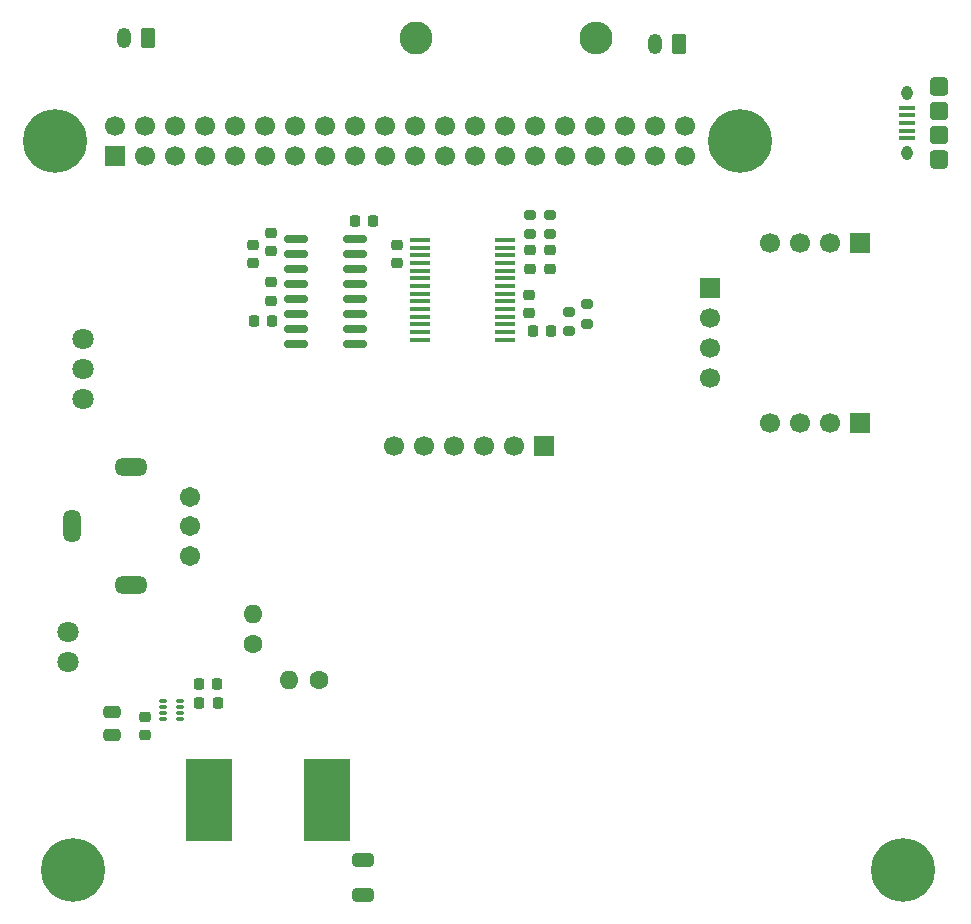
<source format=gbr>
%TF.GenerationSoftware,KiCad,Pcbnew,9.0.1*%
%TF.CreationDate,2025-11-10T16:42:31-06:00*%
%TF.ProjectId,cubesat Sim board,63756265-7361-4742-9053-696d20626f61,rev?*%
%TF.SameCoordinates,Original*%
%TF.FileFunction,Soldermask,Top*%
%TF.FilePolarity,Negative*%
%FSLAX46Y46*%
G04 Gerber Fmt 4.6, Leading zero omitted, Abs format (unit mm)*
G04 Created by KiCad (PCBNEW 9.0.1) date 2025-11-10 16:42:31*
%MOMM*%
%LPD*%
G01*
G04 APERTURE LIST*
G04 Aperture macros list*
%AMRoundRect*
0 Rectangle with rounded corners*
0 $1 Rounding radius*
0 $2 $3 $4 $5 $6 $7 $8 $9 X,Y pos of 4 corners*
0 Add a 4 corners polygon primitive as box body*
4,1,4,$2,$3,$4,$5,$6,$7,$8,$9,$2,$3,0*
0 Add four circle primitives for the rounded corners*
1,1,$1+$1,$2,$3*
1,1,$1+$1,$4,$5*
1,1,$1+$1,$6,$7*
1,1,$1+$1,$8,$9*
0 Add four rect primitives between the rounded corners*
20,1,$1+$1,$2,$3,$4,$5,0*
20,1,$1+$1,$4,$5,$6,$7,0*
20,1,$1+$1,$6,$7,$8,$9,0*
20,1,$1+$1,$8,$9,$2,$3,0*%
G04 Aperture macros list end*
%ADD10RoundRect,0.100000X0.575000X-0.100000X0.575000X0.100000X-0.575000X0.100000X-0.575000X-0.100000X0*%
%ADD11O,1.550000X0.890000*%
%ADD12RoundRect,0.250000X0.525000X-0.475000X0.525000X0.475000X-0.525000X0.475000X-0.525000X-0.475000X0*%
%ADD13O,0.950000X1.250000*%
%ADD14RoundRect,0.250000X0.525000X-0.500000X0.525000X0.500000X-0.525000X0.500000X-0.525000X-0.500000X0*%
%ADD15C,2.800000*%
%ADD16O,2.800000X2.800000*%
%ADD17C,5.400000*%
%ADD18RoundRect,0.225000X0.225000X0.250000X-0.225000X0.250000X-0.225000X-0.250000X0.225000X-0.250000X0*%
%ADD19C,1.803400*%
%ADD20RoundRect,0.225000X-0.250000X0.225000X-0.250000X-0.225000X0.250000X-0.225000X0.250000X0.225000X0*%
%ADD21C,1.600000*%
%ADD22O,1.600000X1.600000*%
%ADD23RoundRect,0.225000X-0.225000X-0.250000X0.225000X-0.250000X0.225000X0.250000X-0.225000X0.250000X0*%
%ADD24R,4.000000X7.000000*%
%ADD25RoundRect,0.200000X-0.275000X0.200000X-0.275000X-0.200000X0.275000X-0.200000X0.275000X0.200000X0*%
%ADD26C,1.700000*%
%ADD27R,1.700000X1.700000*%
%ADD28RoundRect,0.050000X-0.285000X-0.100000X0.285000X-0.100000X0.285000X0.100000X-0.285000X0.100000X0*%
%ADD29RoundRect,0.218750X0.256250X-0.218750X0.256250X0.218750X-0.256250X0.218750X-0.256250X-0.218750X0*%
%ADD30RoundRect,0.250000X0.350000X0.625000X-0.350000X0.625000X-0.350000X-0.625000X0.350000X-0.625000X0*%
%ADD31O,1.200000X1.750000*%
%ADD32O,1.512000X2.820000*%
%ADD33O,2.820000X1.512000*%
%ADD34C,1.712000*%
%ADD35R,1.750000X0.450000*%
%ADD36RoundRect,0.225000X0.250000X-0.225000X0.250000X0.225000X-0.250000X0.225000X-0.250000X-0.225000X0*%
%ADD37RoundRect,0.250000X-0.475000X0.250000X-0.475000X-0.250000X0.475000X-0.250000X0.475000X0.250000X0*%
%ADD38RoundRect,0.250000X0.650000X-0.325000X0.650000X0.325000X-0.650000X0.325000X-0.650000X-0.325000X0*%
%ADD39RoundRect,0.150000X-0.825000X-0.150000X0.825000X-0.150000X0.825000X0.150000X-0.825000X0.150000X0*%
%ADD40RoundRect,0.200000X0.275000X-0.200000X0.275000X0.200000X-0.275000X0.200000X-0.275000X-0.200000X0*%
G04 APERTURE END LIST*
D10*
%TO.C,J10*%
X191008000Y-62364000D03*
X191008000Y-61714000D03*
X191008000Y-61064000D03*
X191008000Y-60414000D03*
X191008000Y-59764000D03*
D11*
X193708000Y-64564000D03*
D12*
X193708000Y-64089000D03*
D13*
X191008000Y-63564000D03*
D14*
X193708000Y-62064000D03*
X193708000Y-60064000D03*
D13*
X191008000Y-58564000D03*
D12*
X193708000Y-58039000D03*
D11*
X193708000Y-57564000D03*
%TD*%
D15*
%TO.C,R3*%
X149453600Y-53898800D03*
D16*
X164693600Y-53898800D03*
%TD*%
D17*
%TO.C,REF\u002A\u002A*%
X176885600Y-62560200D03*
%TD*%
%TO.C,*%
X120389808Y-124285359D03*
%TD*%
D18*
%TO.C,C12*%
X160896600Y-78638400D03*
X159346600Y-78638400D03*
%TD*%
D19*
%TO.C,J1*%
X120015000Y-104140000D03*
X120015000Y-106680000D03*
%TD*%
D18*
%TO.C,C10*%
X145809000Y-69342000D03*
X144259000Y-69342000D03*
%TD*%
%TO.C,C3*%
X132614000Y-108585000D03*
X131064000Y-108585000D03*
%TD*%
D20*
%TO.C,C8*%
X137160000Y-74549000D03*
X137160000Y-76099000D03*
%TD*%
D21*
%TO.C,R1*%
X135636000Y-105185000D03*
D22*
X135636000Y-102645000D03*
%TD*%
D23*
%TO.C,C4*%
X131105000Y-110146000D03*
X132655000Y-110146000D03*
%TD*%
D24*
%TO.C,L1*%
X131906000Y-118364000D03*
X141906000Y-118364000D03*
%TD*%
D25*
%TO.C,R7*%
X159131000Y-68835000D03*
X159131000Y-70485000D03*
%TD*%
D21*
%TO.C,R2*%
X141253000Y-108204000D03*
D22*
X138713000Y-108204000D03*
%TD*%
D20*
%TO.C,C11*%
X147828000Y-71361000D03*
X147828000Y-72911000D03*
%TD*%
D26*
%TO.C,J5*%
X157734000Y-88392000D03*
X155194000Y-88392000D03*
X152654000Y-88392000D03*
D27*
X160274000Y-88392000D03*
D26*
X147574000Y-88392000D03*
X150114000Y-88392000D03*
%TD*%
D19*
%TO.C,J6*%
X121285000Y-79375000D03*
X121285000Y-81915000D03*
X121285000Y-84455000D03*
%TD*%
D28*
%TO.C,U1*%
X128000000Y-109990000D03*
X128000000Y-110490000D03*
X128000000Y-110990000D03*
X128000000Y-111490000D03*
X129480000Y-111490000D03*
X129480000Y-110990000D03*
X129480000Y-110490000D03*
X129480000Y-109990000D03*
%TD*%
D25*
%TO.C,R4*%
X163894000Y-76391000D03*
X163894000Y-78041000D03*
%TD*%
%TO.C,R6*%
X160782000Y-68834000D03*
X160782000Y-70484000D03*
%TD*%
D20*
%TO.C,C13*%
X135636000Y-71361000D03*
X135636000Y-72911000D03*
%TD*%
D18*
%TO.C,C9*%
X137300000Y-77851000D03*
X135750000Y-77851000D03*
%TD*%
D29*
%TO.C,D1*%
X159131000Y-73431500D03*
X159131000Y-71856500D03*
%TD*%
D30*
%TO.C,J4*%
X126730000Y-53890000D03*
D31*
X124730000Y-53890000D03*
%TD*%
D17*
%TO.C,*%
X190666930Y-124286700D03*
%TD*%
D32*
%TO.C,X1*%
X120302000Y-95210000D03*
D33*
X125302000Y-100210000D03*
X125302000Y-90210000D03*
D34*
X130302000Y-92710000D03*
X130302000Y-95210000D03*
X130302000Y-97710000D03*
%TD*%
D35*
%TO.C,U3*%
X149816000Y-70959000D03*
X149816000Y-71609000D03*
X149816000Y-72259000D03*
X149816000Y-72909000D03*
X149816000Y-73559000D03*
X149816000Y-74209000D03*
X149816000Y-74859000D03*
X149816000Y-75509000D03*
X149816000Y-76159000D03*
X149816000Y-76809000D03*
X149816000Y-77459000D03*
X149816000Y-78109000D03*
X149816000Y-78759000D03*
X149816000Y-79409000D03*
X157016000Y-79409000D03*
X157016000Y-78759000D03*
X157016000Y-78109000D03*
X157016000Y-77459000D03*
X157016000Y-76809000D03*
X157016000Y-76159000D03*
X157016000Y-75509000D03*
X157016000Y-74859000D03*
X157016000Y-74209000D03*
X157016000Y-73559000D03*
X157016000Y-72909000D03*
X157016000Y-72259000D03*
X157016000Y-71609000D03*
X157016000Y-70959000D03*
%TD*%
D36*
%TO.C,C14*%
X159004000Y-77140400D03*
X159004000Y-75590400D03*
%TD*%
D37*
%TO.C,C1*%
X123698000Y-110962000D03*
X123698000Y-112862000D03*
%TD*%
D20*
%TO.C,C2*%
X126492000Y-111338000D03*
X126492000Y-112888000D03*
%TD*%
D38*
%TO.C,C5*%
X145000000Y-126443000D03*
X145000000Y-123493000D03*
%TD*%
D20*
%TO.C,C7*%
X137160000Y-70345000D03*
X137160000Y-71895000D03*
%TD*%
D39*
%TO.C,U2*%
X139322000Y-70866000D03*
X139322000Y-72136000D03*
X139322000Y-73406000D03*
X139322000Y-74676000D03*
X139322000Y-75946000D03*
X139322000Y-77216000D03*
X139322000Y-78486000D03*
X139322000Y-79756000D03*
X144272000Y-79756000D03*
X144272000Y-78486000D03*
X144272000Y-77216000D03*
X144272000Y-75946000D03*
X144272000Y-74676000D03*
X144272000Y-73406000D03*
X144272000Y-72136000D03*
X144272000Y-70866000D03*
%TD*%
D30*
%TO.C,J3*%
X171688000Y-54398000D03*
D31*
X169688000Y-54398000D03*
%TD*%
D40*
%TO.C,R5*%
X162382200Y-78676000D03*
X162382200Y-77026000D03*
%TD*%
D29*
%TO.C,D2*%
X160782000Y-73431500D03*
X160782000Y-71856500D03*
%TD*%
D26*
%TO.C,J8*%
X184531000Y-86448000D03*
X181991000Y-86448000D03*
X179451000Y-86448000D03*
D27*
X187071000Y-86448000D03*
%TD*%
D26*
%TO.C,J9*%
X184531000Y-71208000D03*
X181991000Y-71208000D03*
X179451000Y-71208000D03*
D27*
X187071000Y-71208000D03*
%TD*%
D17*
%TO.C,*%
X118887040Y-62558600D03*
%TD*%
D26*
%TO.C,J7*%
X174371000Y-77558000D03*
X174371000Y-80098000D03*
X174371000Y-82638000D03*
D27*
X174371000Y-75018000D03*
%TD*%
%TO.C,J2*%
X123926600Y-63830200D03*
D26*
X123926600Y-61290200D03*
X126466600Y-63830200D03*
X126466600Y-61290200D03*
X129006600Y-63830200D03*
X129006600Y-61290200D03*
X131546600Y-63830200D03*
X131546600Y-61290200D03*
X134086600Y-63830200D03*
X134086600Y-61290200D03*
X136626600Y-63830200D03*
X136626600Y-61290200D03*
X139166600Y-63830200D03*
X139166600Y-61290200D03*
X141706600Y-63830200D03*
X141706600Y-61290200D03*
X144246600Y-63830200D03*
X144246600Y-61290200D03*
X146786600Y-63830200D03*
X146786600Y-61290200D03*
X149326600Y-63830200D03*
X149326600Y-61290200D03*
X151866600Y-63830200D03*
X151866600Y-61290200D03*
X154406600Y-63830200D03*
X154406600Y-61290200D03*
X156946600Y-63830200D03*
X156946600Y-61290200D03*
X159486600Y-63830200D03*
X159486600Y-61290200D03*
X162026600Y-63830200D03*
X162026600Y-61290200D03*
X164566600Y-63830200D03*
X164566600Y-61290200D03*
X167106600Y-63830200D03*
X167106600Y-61290200D03*
X169646600Y-63830200D03*
X169646600Y-61290200D03*
X172186600Y-63830200D03*
X172186600Y-61290200D03*
%TD*%
M02*

</source>
